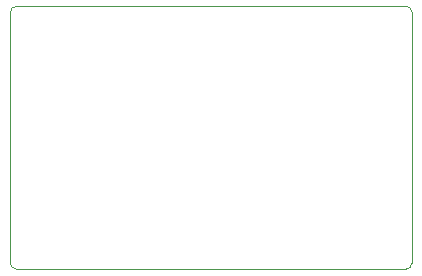
<source format=gm1>
G04 #@! TF.GenerationSoftware,KiCad,Pcbnew,8.0.5*
G04 #@! TF.CreationDate,2024-10-05T11:22:00+02:00*
G04 #@! TF.ProjectId,DRV2605-breakout,44525632-3630-4352-9d62-7265616b6f75,rev?*
G04 #@! TF.SameCoordinates,Original*
G04 #@! TF.FileFunction,Profile,NP*
%FSLAX46Y46*%
G04 Gerber Fmt 4.6, Leading zero omitted, Abs format (unit mm)*
G04 Created by KiCad (PCBNEW 8.0.5) date 2024-10-05 11:22:00*
%MOMM*%
%LPD*%
G01*
G04 APERTURE LIST*
G04 #@! TA.AperFunction,Profile*
%ADD10C,0.050000*%
G04 #@! TD*
G04 APERTURE END LIST*
D10*
X101750000Y-86000000D02*
G75*
G02*
X101250000Y-85500000I0J500000D01*
G01*
X135250000Y-85500000D02*
G75*
G02*
X134750000Y-86000000I-500000J0D01*
G01*
X101250000Y-64250000D02*
G75*
G02*
X101750000Y-63750000I500000J0D01*
G01*
X134750000Y-63750000D02*
G75*
G02*
X135250000Y-64250000I0J-500000D01*
G01*
X101250000Y-85500000D02*
X101250000Y-64250000D01*
X135250000Y-64250000D02*
X135250000Y-85500000D01*
X134750000Y-86000000D02*
X101750000Y-86000000D01*
X101750000Y-63750000D02*
X134750000Y-63750000D01*
M02*

</source>
